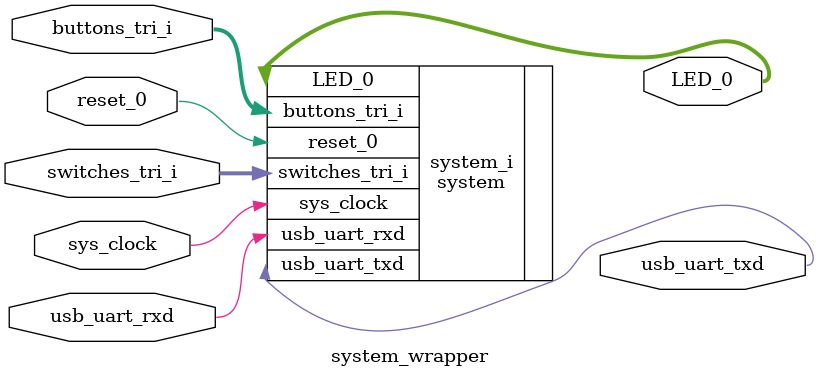
<source format=v>
`timescale 1 ps / 1 ps

module system_wrapper
   (LED_0,
    buttons_tri_i,
    reset_0,
    switches_tri_i,
    sys_clock,
    usb_uart_rxd,
    usb_uart_txd);
  output [15:0]LED_0;
  input [4:0]buttons_tri_i;
  input reset_0;
  input [15:0]switches_tri_i;
  input sys_clock;
  input usb_uart_rxd;
  output usb_uart_txd;

  wire [15:0]LED_0;
  wire [4:0]buttons_tri_i;
  wire reset_0;
  wire [15:0]switches_tri_i;
  wire sys_clock;
  wire usb_uart_rxd;
  wire usb_uart_txd;

  system system_i
       (.LED_0(LED_0),
        .buttons_tri_i(buttons_tri_i),
        .reset_0(reset_0),
        .switches_tri_i(switches_tri_i),
        .sys_clock(sys_clock),
        .usb_uart_rxd(usb_uart_rxd),
        .usb_uart_txd(usb_uart_txd));
endmodule

</source>
